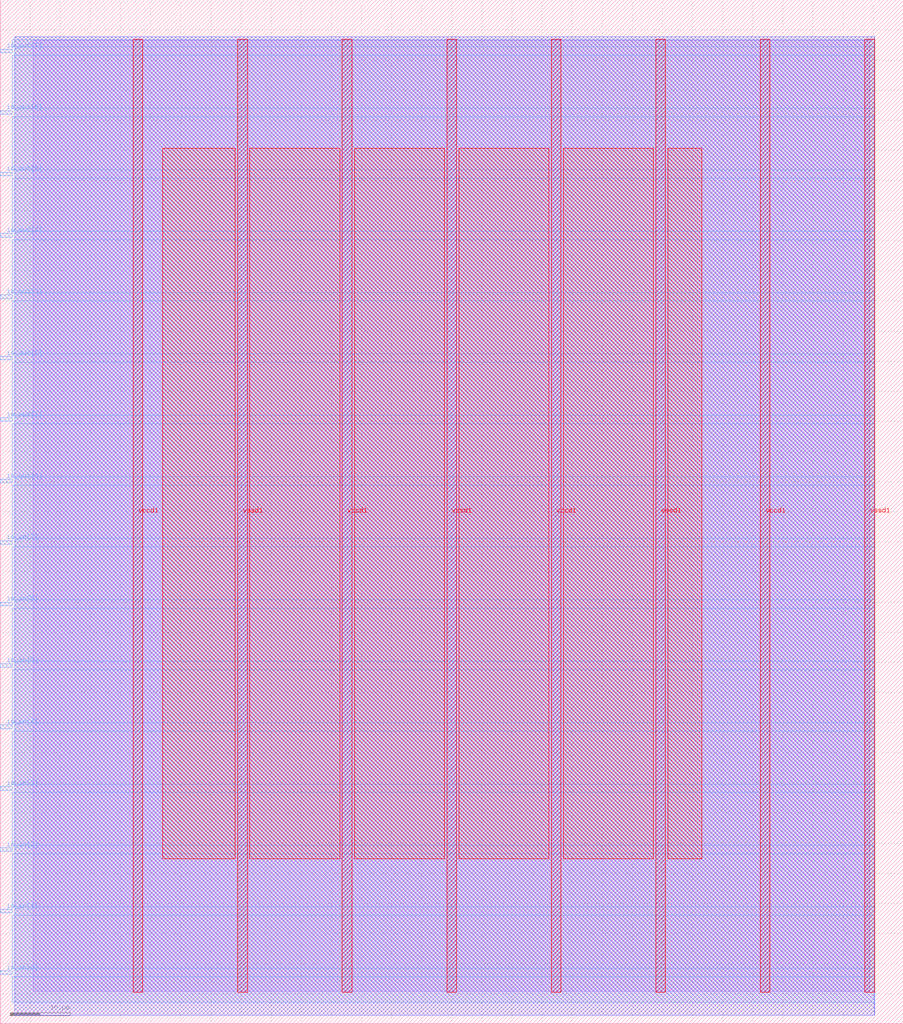
<source format=lef>
VERSION 5.7 ;
  NOWIREEXTENSIONATPIN ON ;
  DIVIDERCHAR "/" ;
  BUSBITCHARS "[]" ;
MACRO moonbase_cpu_8bit
  CLASS BLOCK ;
  FOREIGN moonbase_cpu_8bit ;
  ORIGIN 0.000 0.000 ;
  SIZE 150.000 BY 170.000 ;
  PIN io_in[0]
    DIRECTION INPUT ;
    USE SIGNAL ;
    PORT
      LAYER met3 ;
        RECT 0.000 8.200 2.000 8.800 ;
    END
  END io_in[0]
  PIN io_in[1]
    DIRECTION INPUT ;
    USE SIGNAL ;
    PORT
      LAYER met3 ;
        RECT 0.000 18.400 2.000 19.000 ;
    END
  END io_in[1]
  PIN io_in[2]
    DIRECTION INPUT ;
    USE SIGNAL ;
    PORT
      LAYER met3 ;
        RECT 0.000 28.600 2.000 29.200 ;
    END
  END io_in[2]
  PIN io_in[3]
    DIRECTION INPUT ;
    USE SIGNAL ;
    PORT
      LAYER met3 ;
        RECT 0.000 38.800 2.000 39.400 ;
    END
  END io_in[3]
  PIN io_in[4]
    DIRECTION INPUT ;
    USE SIGNAL ;
    PORT
      LAYER met3 ;
        RECT 0.000 49.000 2.000 49.600 ;
    END
  END io_in[4]
  PIN io_in[5]
    DIRECTION INPUT ;
    USE SIGNAL ;
    PORT
      LAYER met3 ;
        RECT 0.000 59.200 2.000 59.800 ;
    END
  END io_in[5]
  PIN io_in[6]
    DIRECTION INPUT ;
    USE SIGNAL ;
    PORT
      LAYER met3 ;
        RECT 0.000 69.400 2.000 70.000 ;
    END
  END io_in[6]
  PIN io_in[7]
    DIRECTION INPUT ;
    USE SIGNAL ;
    PORT
      LAYER met3 ;
        RECT 0.000 79.600 2.000 80.200 ;
    END
  END io_in[7]
  PIN io_out[0]
    DIRECTION OUTPUT TRISTATE ;
    USE SIGNAL ;
    PORT
      LAYER met3 ;
        RECT 0.000 89.800 2.000 90.400 ;
    END
  END io_out[0]
  PIN io_out[1]
    DIRECTION OUTPUT TRISTATE ;
    USE SIGNAL ;
    PORT
      LAYER met3 ;
        RECT 0.000 100.000 2.000 100.600 ;
    END
  END io_out[1]
  PIN io_out[2]
    DIRECTION OUTPUT TRISTATE ;
    USE SIGNAL ;
    PORT
      LAYER met3 ;
        RECT 0.000 110.200 2.000 110.800 ;
    END
  END io_out[2]
  PIN io_out[3]
    DIRECTION OUTPUT TRISTATE ;
    USE SIGNAL ;
    PORT
      LAYER met3 ;
        RECT 0.000 120.400 2.000 121.000 ;
    END
  END io_out[3]
  PIN io_out[4]
    DIRECTION OUTPUT TRISTATE ;
    USE SIGNAL ;
    PORT
      LAYER met3 ;
        RECT 0.000 130.600 2.000 131.200 ;
    END
  END io_out[4]
  PIN io_out[5]
    DIRECTION OUTPUT TRISTATE ;
    USE SIGNAL ;
    PORT
      LAYER met3 ;
        RECT 0.000 140.800 2.000 141.400 ;
    END
  END io_out[5]
  PIN io_out[6]
    DIRECTION OUTPUT TRISTATE ;
    USE SIGNAL ;
    PORT
      LAYER met3 ;
        RECT 0.000 151.000 2.000 151.600 ;
    END
  END io_out[6]
  PIN io_out[7]
    DIRECTION OUTPUT TRISTATE ;
    USE SIGNAL ;
    PORT
      LAYER met3 ;
        RECT 0.000 161.200 2.000 161.800 ;
    END
  END io_out[7]
  PIN vccd1
    DIRECTION INOUT ;
    USE POWER ;
    PORT
      LAYER met4 ;
        RECT 22.085 5.200 23.685 163.440 ;
    END
    PORT
      LAYER met4 ;
        RECT 56.815 5.200 58.415 163.440 ;
    END
    PORT
      LAYER met4 ;
        RECT 91.545 5.200 93.145 163.440 ;
    END
    PORT
      LAYER met4 ;
        RECT 126.275 5.200 127.875 163.440 ;
    END
  END vccd1
  PIN vssd1
    DIRECTION INOUT ;
    USE GROUND ;
    PORT
      LAYER met4 ;
        RECT 39.450 5.200 41.050 163.440 ;
    END
    PORT
      LAYER met4 ;
        RECT 74.180 5.200 75.780 163.440 ;
    END
    PORT
      LAYER met4 ;
        RECT 108.910 5.200 110.510 163.440 ;
    END
    PORT
      LAYER met4 ;
        RECT 143.640 5.200 145.240 163.440 ;
    END
  END vssd1
  OBS
      LAYER li1 ;
        RECT 5.520 5.355 144.440 163.285 ;
      LAYER met1 ;
        RECT 2.370 1.400 145.240 163.840 ;
      LAYER met2 ;
        RECT 2.390 1.370 145.210 163.870 ;
      LAYER met3 ;
        RECT 2.000 162.200 145.230 163.365 ;
        RECT 2.400 160.800 145.230 162.200 ;
        RECT 2.000 152.000 145.230 160.800 ;
        RECT 2.400 150.600 145.230 152.000 ;
        RECT 2.000 141.800 145.230 150.600 ;
        RECT 2.400 140.400 145.230 141.800 ;
        RECT 2.000 131.600 145.230 140.400 ;
        RECT 2.400 130.200 145.230 131.600 ;
        RECT 2.000 121.400 145.230 130.200 ;
        RECT 2.400 120.000 145.230 121.400 ;
        RECT 2.000 111.200 145.230 120.000 ;
        RECT 2.400 109.800 145.230 111.200 ;
        RECT 2.000 101.000 145.230 109.800 ;
        RECT 2.400 99.600 145.230 101.000 ;
        RECT 2.000 90.800 145.230 99.600 ;
        RECT 2.400 89.400 145.230 90.800 ;
        RECT 2.000 80.600 145.230 89.400 ;
        RECT 2.400 79.200 145.230 80.600 ;
        RECT 2.000 70.400 145.230 79.200 ;
        RECT 2.400 69.000 145.230 70.400 ;
        RECT 2.000 60.200 145.230 69.000 ;
        RECT 2.400 58.800 145.230 60.200 ;
        RECT 2.000 50.000 145.230 58.800 ;
        RECT 2.400 48.600 145.230 50.000 ;
        RECT 2.000 39.800 145.230 48.600 ;
        RECT 2.400 38.400 145.230 39.800 ;
        RECT 2.000 29.600 145.230 38.400 ;
        RECT 2.400 28.200 145.230 29.600 ;
        RECT 2.000 19.400 145.230 28.200 ;
        RECT 2.400 18.000 145.230 19.400 ;
        RECT 2.000 9.200 145.230 18.000 ;
        RECT 2.400 7.800 145.230 9.200 ;
        RECT 2.000 3.575 145.230 7.800 ;
      LAYER met4 ;
        RECT 26.975 27.375 39.050 145.345 ;
        RECT 41.450 27.375 56.415 145.345 ;
        RECT 58.815 27.375 73.780 145.345 ;
        RECT 76.180 27.375 91.145 145.345 ;
        RECT 93.545 27.375 108.510 145.345 ;
        RECT 110.910 27.375 116.545 145.345 ;
  END
END moonbase_cpu_8bit
END LIBRARY


</source>
